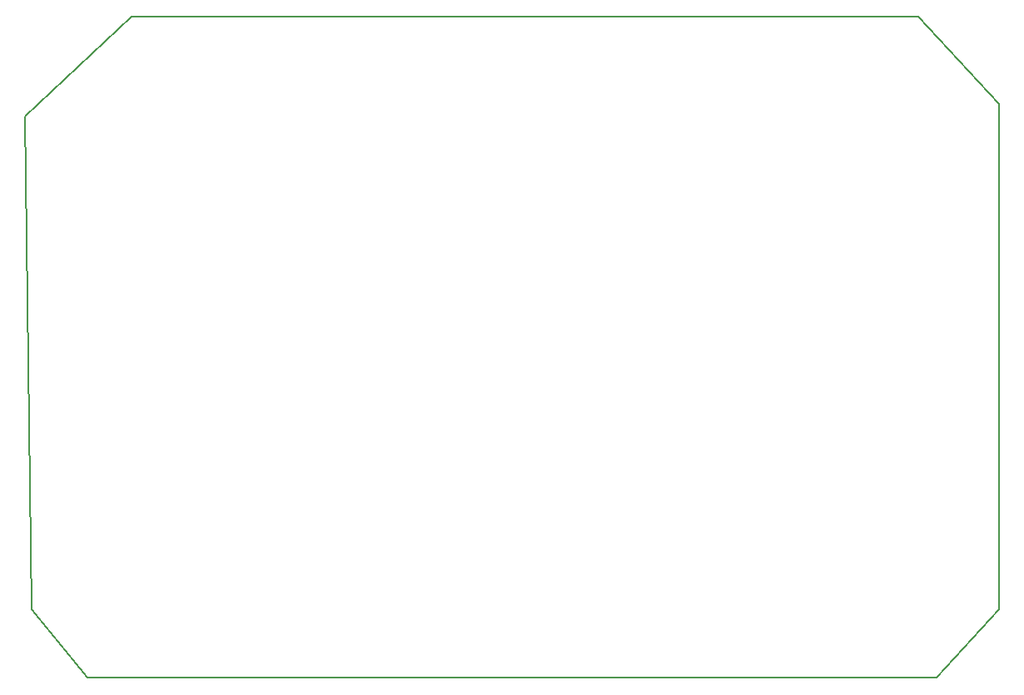
<source format=gbr>
G04 #@! TF.GenerationSoftware,KiCad,Pcbnew,5.0.2-bee76a0~70~ubuntu18.04.1*
G04 #@! TF.CreationDate,2018-12-21T16:27:28-06:00*
G04 #@! TF.ProjectId,pcb,7063622e-6b69-4636-9164-5f7063625858,rev?*
G04 #@! TF.SameCoordinates,Original*
G04 #@! TF.FileFunction,Profile,NP*
%FSLAX46Y46*%
G04 Gerber Fmt 4.6, Leading zero omitted, Abs format (unit mm)*
G04 Created by KiCad (PCBNEW 5.0.2-bee76a0~70~ubuntu18.04.1) date Fri 21 Dec 2018 04:27:28 PM CST*
%MOMM*%
%LPD*%
G01*
G04 APERTURE LIST*
%ADD10C,0.150000*%
G04 APERTURE END LIST*
D10*
X74930000Y-187960000D02*
X74295000Y-137795000D01*
X80645000Y-194945000D02*
X74930000Y-187960000D01*
X167005000Y-194945000D02*
X80645000Y-194945000D01*
X173355000Y-187960000D02*
X167005000Y-194945000D01*
X173355000Y-136525000D02*
X173355000Y-187960000D01*
X165100000Y-127635000D02*
X173355000Y-136525000D01*
X85090000Y-127635000D02*
X165100000Y-127635000D01*
X74295000Y-137795000D02*
X85090000Y-127635000D01*
M02*

</source>
